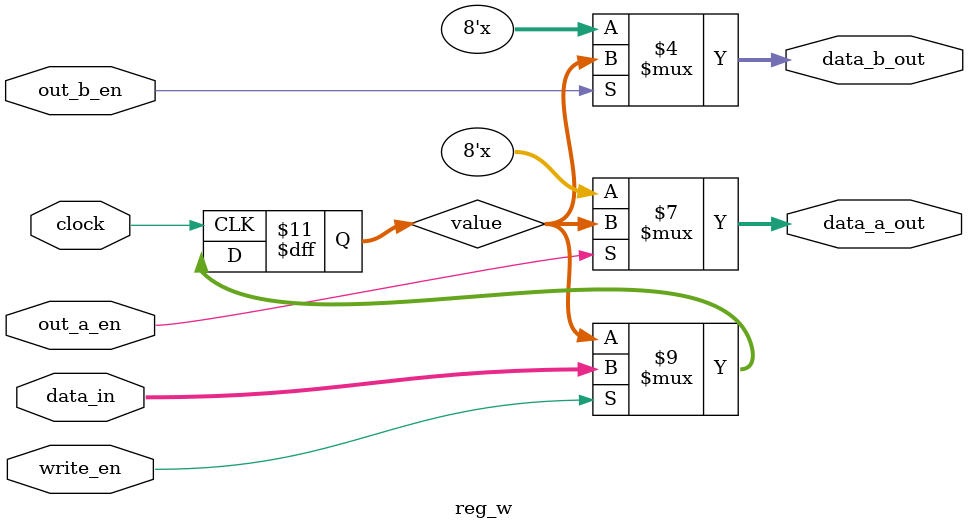
<source format=v>
module reg_w (
    input           clock,
    input           out_a_en,
    input           out_b_en,
    input           write_en,
    input [7:0]     data_in,
    output reg [7:0] data_a_out,
    output reg [7:0] data_b_out
);

    reg [7:0] value;

    always @ (posedge clock) begin
        if (write_en) begin
            value <= data_in;
        end
    end

    always @ (*) begin
        if (out_a_en) begin
            data_a_out = value;
        end else begin
            data_a_out = 8'bz;
        end

        if (out_b_en) begin
            data_b_out = value;
        end else begin
            data_b_out = 8'bz;
        end
    end

endmodule


</source>
